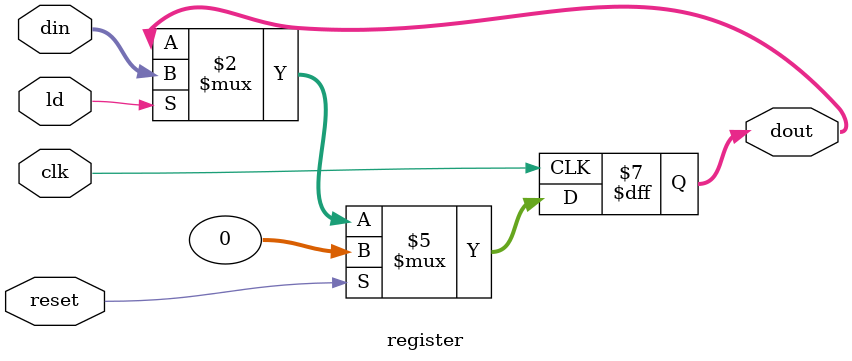
<source format=v>
module register (
	input wire clk,reset,ld,
    input wire [31:0] din,
	output reg [31:0] dout
);

	always @(posedge clk)
    begin
        if(reset)
            dout<=32'b0;
        else if(ld)
            dout<=din;
    end

endmodule
</source>
